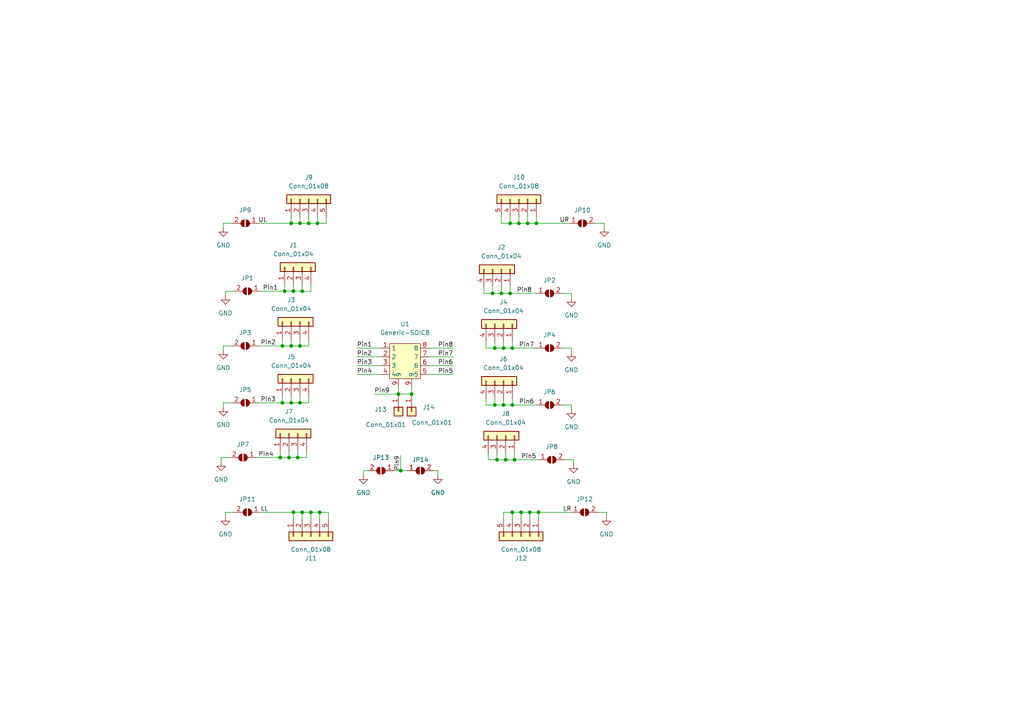
<source format=kicad_sch>
(kicad_sch (version 20211123) (generator eeschema)
  (paper "A4")
  (lib_symbols
    (symbol "Connector_Generic:Conn_01x01" (pin_names (offset 1.016) hide)
      (property "Reference" "J" (at 0 2.54 0))
      (property "Value" "Conn_01x01" (at 0 -2.54 0))
      (symbol "Conn_01x01_1_1"
        (rectangle (start -1.27 0.127) (end 0 -0.127) (stroke (width 0.1524)))
        (rectangle (start -1.27 1.27) (end 1.27 -1.27) (stroke (width 0.254)) (fill (type background)))
        (pin passive line (at -5.08 0 0) (length 3.81) (name "Pin_1") (number "1"))
      )
    )
    (symbol "Connector_Generic:Conn_01x04" (pin_names (offset 1.016) hide)
      (property "Reference" "J" (at 0 5.08 0))
      (property "Value" "Conn_01x04" (at 0 -7.62 0))
      (symbol "Conn_01x04_1_1"
        (rectangle (start -1.27 -4.953) (end 0 -5.207) (stroke (width 0.1524)))
        (rectangle (start -1.27 -2.413) (end 0 -2.667) (stroke (width 0.1524)))
        (rectangle (start -1.27 0.127) (end 0 -0.127) (stroke (width 0.1524)))
        (rectangle (start -1.27 2.667) (end 0 2.413) (stroke (width 0.1524)))
        (rectangle (start -1.27 3.81) (end 1.27 -6.35) (stroke (width 0.254)) (fill (type background)))
        (pin passive line (at -5.08 2.54 0) (length 3.81) (name "Pin_1") (number "1"))
        (pin passive line (at -5.08 0 0) (length 3.81) (name "Pin_2") (number "2"))
        (pin passive line (at -5.08 -2.54 0) (length 3.81) (name "Pin_3") (number "3"))
        (pin passive line (at -5.08 -5.08 0) (length 3.81) (name "Pin_4") (number "4"))
      )
    )
    (symbol "Connector_Generic:Conn_01x05" (pin_names (offset 1.016) hide)
      (property "Reference" "J" (at 0 7.62 0))
      (property "Value" "Conn_01x05" (at 0 -7.62 0))
      (symbol "Conn_01x05_1_1"
        (rectangle (start -1.27 -4.953) (end 0 -5.207) (stroke (width 0.1524)))
        (rectangle (start -1.27 -2.413) (end 0 -2.667) (stroke (width 0.1524)))
        (rectangle (start -1.27 0.127) (end 0 -0.127) (stroke (width 0.1524)))
        (rectangle (start -1.27 2.667) (end 0 2.413) (stroke (width 0.1524)))
        (rectangle (start -1.27 5.207) (end 0 4.953) (stroke (width 0.1524)))
        (rectangle (start -1.27 6.35) (end 1.27 -6.35) (stroke (width 0.254)) (fill (type background)))
        (pin passive line (at -5.08 5.08 0) (length 3.81) (name "Pin_1") (number "1"))
        (pin passive line (at -5.08 2.54 0) (length 3.81) (name "Pin_2") (number "2"))
        (pin passive line (at -5.08 0 0) (length 3.81) (name "Pin_3") (number "3"))
        (pin passive line (at -5.08 -2.54 0) (length 3.81) (name "Pin_4") (number "4"))
        (pin passive line (at -5.08 -5.08 0) (length 3.81) (name "Pin_5") (number "5"))
      )
    )
    (symbol "Jumper:SolderJumper_2_Open" (pin_names (offset 0) hide)
      (property "Reference" "JP" (at 0 2.032 0))
      (property "Value" "SolderJumper_2_Open" (at 0 -2.54 0))
      (symbol "SolderJumper_2_Open_0_1"
        (arc (start -0.254 1.016) (mid -1.27 0) (end -0.254 -1.016))
        (arc (start -0.254 1.016) (mid -1.27 0) (end -0.254 -1.016) (fill (type outline)))
        (polyline (pts (xy -0.254 1.016) (xy -0.254 -1.016)))
        (polyline (pts (xy 0.254 1.016) (xy 0.254 -1.016)))
        (arc (start 0.254 -1.016) (mid 1.27 0) (end 0.254 1.016))
        (arc (start 0.254 -1.016) (mid 1.27 0) (end 0.254 1.016) (fill (type outline)))
      )
      (symbol "SolderJumper_2_Open_1_1"
        (pin passive line (at -3.81 0 0) (length 2.54) (name "A") (number "1"))
        (pin passive line (at 3.81 0 180) (length 2.54) (name "B") (number "2"))
      )
    )
    (symbol "My Library:Generic-SOIC8"
      (property "Reference" "U1" (at -0.635 10.795 0))
      (property "Value" "Generic-SOIC8" (at -0.635 8.255 0))
      (symbol "Generic-SOIC8_0_1"
        (rectangle (start 3.81 -5.08) (end -5.08 5.08) (fill (type background)))
      )
      (symbol "Generic-SOIC8_1_1"
        (pin passive line (at -7.62 3.81 0) (length 2.54) (name "1") (number "1"))
        (pin passive line (at -7.62 1.27 0) (length 2.54) (name "2") (number "2"))
        (pin passive line (at -7.62 -1.27 0) (length 2.54) (name "3") (number "3"))
        (pin passive line (at -7.62 -3.81 0) (length 2.54) (name "4") (number "4"))
        (pin passive line (at 6.35 -3.81 180) (length 2.54) (name "5") (number "5"))
        (pin passive line (at 6.35 -1.27 180) (length 2.54) (name "6") (number "6"))
        (pin passive line (at 6.35 1.27 180) (length 2.54) (name "7") (number "7"))
        (pin passive line (at 6.35 3.81 180) (length 2.54) (name "8") (number "8"))
        (pin passive line (at -2.54 -7.62 90) (length 2.54) (name "9") (number "9"))
        (pin passive line (at 1.27 -7.62 90) (length 2.54) (name "9") (number "9"))
      )
    )
    (symbol "power:GND" (power) (pin_names (offset 0))
      (property "Value" "GND" (at 0 -3.81 0))
      (symbol "GND_0_1"
        (polyline (pts (xy 0 0) (xy 0 -1.27) (xy 1.27 -1.27) (xy 0 -2.54) (xy -1.27 -1.27) (xy 0 -1.27)))
      )
      (symbol "GND_1_1"
        (pin power_in line (at 0 0 270) (length 0) hide (name "GND") (number "1"))
      )
    )
  )
  (junction (at 89.535 64.77))
  (junction (at 85.09 148.59))
  (junction (at 147.955 64.77))
  (junction (at 116.205 136.525))
  (junction (at 148.59 148.59))
  (junction (at 84.455 100.33))
  (junction (at 81.915 116.84))
  (junction (at 81.915 100.33))
  (junction (at 86.36 132.715))
  (junction (at 83.82 132.715))
  (junction (at 145.415 85.09))
  (junction (at 87.63 84.455))
  (junction (at 85.09 84.455))
  (junction (at 146.05 100.965))
  (junction (at 119.38 114.3))
  (junction (at 143.51 117.475))
  (junction (at 148.59 117.475))
  (junction (at 146.05 117.475))
  (junction (at 151.13 148.59))
  (junction (at 146.685 133.35))
  (junction (at 84.455 116.84))
  (junction (at 86.995 116.84))
  (junction (at 153.035 64.77))
  (junction (at 86.995 100.33))
  (junction (at 142.875 85.09))
  (junction (at 156.21 148.59))
  (junction (at 149.225 133.35))
  (junction (at 148.59 100.965))
  (junction (at 90.17 148.59))
  (junction (at 84.455 64.77))
  (junction (at 143.51 100.965))
  (junction (at 81.28 132.715))
  (junction (at 115.57 114.3))
  (junction (at 86.995 64.77))
  (junction (at 82.55 84.455))
  (junction (at 92.71 148.59))
  (junction (at 147.955 85.09))
  (junction (at 92.075 64.77))
  (junction (at 87.63 148.59))
  (junction (at 153.67 148.59))
  (junction (at 144.145 133.35))
  (junction (at 155.575 64.77))
  (junction (at 150.495 64.77))
  (wire (pts (xy 147.955 62.865) (xy 147.955 64.77)))
  (wire (pts (xy 81.28 130.81) (xy 81.28 132.715)))
  (wire (pts (xy 116.205 136.525) (xy 118.11 136.525)))
  (wire (pts (xy 64.135 132.715) (xy 64.135 133.985)))
  (wire (pts (xy 146.685 131.445) (xy 146.685 133.35)))
  (wire (pts (xy 82.55 82.55) (xy 82.55 84.455)))
  (wire (pts (xy 75.565 148.59) (xy 85.09 148.59)))
  (wire (pts (xy 74.93 100.33) (xy 81.915 100.33)))
  (wire (pts (xy 147.955 85.09) (xy 155.575 85.09)))
  (wire (pts (xy 156.21 148.59) (xy 153.67 148.59)))
  (wire (pts (xy 156.21 148.59) (xy 165.735 148.59)))
  (wire (pts (xy 74.295 132.715) (xy 81.28 132.715)))
  (wire (pts (xy 165.735 117.475) (xy 165.735 118.745)))
  (wire (pts (xy 67.31 64.77) (xy 64.77 64.77)))
  (wire (pts (xy 87.63 150.495) (xy 87.63 148.59)))
  (wire (pts (xy 140.97 99.06) (xy 140.97 100.965)))
  (wire (pts (xy 65.405 148.59) (xy 65.405 149.86)))
  (wire (pts (xy 90.17 82.55) (xy 90.17 84.455)))
  (wire (pts (xy 103.505 106.045) (xy 110.49 106.045)))
  (wire (pts (xy 84.455 62.865) (xy 84.455 64.77)))
  (wire (pts (xy 153.67 150.495) (xy 153.67 148.59)))
  (wire (pts (xy 103.505 103.505) (xy 110.49 103.505)))
  (wire (pts (xy 163.195 85.09) (xy 165.735 85.09)))
  (wire (pts (xy 156.21 150.495) (xy 156.21 148.59)))
  (wire (pts (xy 148.59 117.475) (xy 155.575 117.475)))
  (wire (pts (xy 144.145 133.35) (xy 141.605 133.35)))
  (wire (pts (xy 84.455 64.77) (xy 86.995 64.77)))
  (wire (pts (xy 64.77 100.33) (xy 64.77 101.6)))
  (wire (pts (xy 67.31 100.33) (xy 64.77 100.33)))
  (wire (pts (xy 67.945 148.59) (xy 65.405 148.59)))
  (wire (pts (xy 87.63 82.55) (xy 87.63 84.455)))
  (wire (pts (xy 143.51 99.06) (xy 143.51 100.965)))
  (wire (pts (xy 147.955 64.77) (xy 145.415 64.77)))
  (wire (pts (xy 86.995 62.865) (xy 86.995 64.77)))
  (wire (pts (xy 141.605 131.445) (xy 141.605 133.35)))
  (wire (pts (xy 116.205 132.08) (xy 116.205 136.525)))
  (wire (pts (xy 85.09 150.495) (xy 85.09 148.59)))
  (wire (pts (xy 81.915 116.84) (xy 84.455 116.84)))
  (wire (pts (xy 84.455 116.84) (xy 86.995 116.84)))
  (wire (pts (xy 146.05 99.06) (xy 146.05 100.965)))
  (wire (pts (xy 147.955 83.185) (xy 147.955 85.09)))
  (wire (pts (xy 149.225 133.35) (xy 146.685 133.35)))
  (wire (pts (xy 175.895 148.59) (xy 175.895 149.86)))
  (wire (pts (xy 85.09 148.59) (xy 87.63 148.59)))
  (wire (pts (xy 148.59 100.965) (xy 146.05 100.965)))
  (wire (pts (xy 146.685 133.35) (xy 144.145 133.35)))
  (wire (pts (xy 148.59 100.965) (xy 155.575 100.965)))
  (wire (pts (xy 92.71 148.59) (xy 95.25 148.59)))
  (wire (pts (xy 163.83 133.35) (xy 166.37 133.35)))
  (wire (pts (xy 84.455 98.425) (xy 84.455 100.33)))
  (wire (pts (xy 86.995 116.84) (xy 89.535 116.84)))
  (wire (pts (xy 146.05 115.57) (xy 146.05 117.475)))
  (wire (pts (xy 65.405 84.455) (xy 65.405 85.725)))
  (wire (pts (xy 146.05 100.965) (xy 143.51 100.965)))
  (wire (pts (xy 105.41 136.525) (xy 105.41 137.795)))
  (wire (pts (xy 172.72 64.77) (xy 175.26 64.77)))
  (wire (pts (xy 124.46 108.585) (xy 131.445 108.585)))
  (wire (pts (xy 81.915 98.425) (xy 81.915 100.33)))
  (wire (pts (xy 92.075 62.865) (xy 92.075 64.77)))
  (wire (pts (xy 146.05 150.495) (xy 146.05 148.59)))
  (wire (pts (xy 85.09 82.55) (xy 85.09 84.455)))
  (wire (pts (xy 155.575 62.865) (xy 155.575 64.77)))
  (wire (pts (xy 86.36 130.81) (xy 86.36 132.715)))
  (wire (pts (xy 124.46 103.505) (xy 131.445 103.505)))
  (wire (pts (xy 124.46 100.965) (xy 131.445 100.965)))
  (wire (pts (xy 166.37 133.35) (xy 166.37 134.62)))
  (wire (pts (xy 89.535 114.935) (xy 89.535 116.84)))
  (wire (pts (xy 103.505 108.585) (xy 110.49 108.585)))
  (wire (pts (xy 89.535 64.77) (xy 92.075 64.77)))
  (wire (pts (xy 146.05 117.475) (xy 143.51 117.475)))
  (wire (pts (xy 155.575 64.77) (xy 165.1 64.77)))
  (wire (pts (xy 90.17 150.495) (xy 90.17 148.59)))
  (wire (pts (xy 85.09 84.455) (xy 87.63 84.455)))
  (wire (pts (xy 115.57 112.395) (xy 115.57 114.3)))
  (wire (pts (xy 86.995 114.935) (xy 86.995 116.84)))
  (wire (pts (xy 86.995 64.77) (xy 89.535 64.77)))
  (wire (pts (xy 150.495 64.77) (xy 147.955 64.77)))
  (wire (pts (xy 153.67 148.59) (xy 151.13 148.59)))
  (wire (pts (xy 149.225 131.445) (xy 149.225 133.35)))
  (wire (pts (xy 114.3 136.525) (xy 116.205 136.525)))
  (wire (pts (xy 142.875 83.185) (xy 142.875 85.09)))
  (wire (pts (xy 87.63 84.455) (xy 90.17 84.455)))
  (wire (pts (xy 87.63 148.59) (xy 90.17 148.59)))
  (wire (pts (xy 67.31 116.84) (xy 64.77 116.84)))
  (wire (pts (xy 103.505 100.965) (xy 110.49 100.965)))
  (wire (pts (xy 92.075 64.77) (xy 94.615 64.77)))
  (wire (pts (xy 148.59 117.475) (xy 146.05 117.475)))
  (wire (pts (xy 75.565 84.455) (xy 82.55 84.455)))
  (wire (pts (xy 86.995 100.33) (xy 89.535 100.33)))
  (wire (pts (xy 125.73 136.525) (xy 127 136.525)))
  (wire (pts (xy 84.455 100.33) (xy 86.995 100.33)))
  (wire (pts (xy 74.93 116.84) (xy 81.915 116.84)))
  (wire (pts (xy 155.575 64.77) (xy 153.035 64.77)))
  (wire (pts (xy 148.59 150.495) (xy 148.59 148.59)))
  (wire (pts (xy 147.955 85.09) (xy 145.415 85.09)))
  (wire (pts (xy 92.71 150.495) (xy 92.71 148.59)))
  (wire (pts (xy 142.875 85.09) (xy 140.335 85.09)))
  (wire (pts (xy 149.225 133.35) (xy 156.21 133.35)))
  (wire (pts (xy 148.59 148.59) (xy 146.05 148.59)))
  (wire (pts (xy 148.59 115.57) (xy 148.59 117.475)))
  (wire (pts (xy 144.145 131.445) (xy 144.145 133.35)))
  (wire (pts (xy 143.51 117.475) (xy 140.97 117.475)))
  (wire (pts (xy 66.675 132.715) (xy 64.135 132.715)))
  (wire (pts (xy 163.195 117.475) (xy 165.735 117.475)))
  (wire (pts (xy 83.82 130.81) (xy 83.82 132.715)))
  (wire (pts (xy 143.51 100.965) (xy 140.97 100.965)))
  (wire (pts (xy 89.535 98.425) (xy 89.535 100.33)))
  (wire (pts (xy 74.93 64.77) (xy 84.455 64.77)))
  (wire (pts (xy 145.415 83.185) (xy 145.415 85.09)))
  (wire (pts (xy 86.995 98.425) (xy 86.995 100.33)))
  (wire (pts (xy 140.335 83.185) (xy 140.335 85.09)))
  (wire (pts (xy 95.25 150.495) (xy 95.25 148.59)))
  (wire (pts (xy 83.82 132.715) (xy 86.36 132.715)))
  (wire (pts (xy 173.355 148.59) (xy 175.895 148.59)))
  (wire (pts (xy 175.26 64.77) (xy 175.26 66.04)))
  (wire (pts (xy 119.38 114.3) (xy 119.38 112.395)))
  (wire (pts (xy 94.615 62.865) (xy 94.615 64.77)))
  (wire (pts (xy 165.735 85.09) (xy 165.735 86.36)))
  (wire (pts (xy 67.945 84.455) (xy 65.405 84.455)))
  (wire (pts (xy 89.535 62.865) (xy 89.535 64.77)))
  (wire (pts (xy 90.17 148.59) (xy 92.71 148.59)))
  (wire (pts (xy 165.735 100.965) (xy 165.735 102.235)))
  (wire (pts (xy 106.68 136.525) (xy 105.41 136.525)))
  (wire (pts (xy 150.495 62.865) (xy 150.495 64.77)))
  (wire (pts (xy 151.13 150.495) (xy 151.13 148.59)))
  (wire (pts (xy 84.455 114.935) (xy 84.455 116.84)))
  (wire (pts (xy 145.415 62.865) (xy 145.415 64.77)))
  (wire (pts (xy 145.415 85.09) (xy 142.875 85.09)))
  (wire (pts (xy 140.97 115.57) (xy 140.97 117.475)))
  (wire (pts (xy 64.77 64.77) (xy 64.77 66.04)))
  (wire (pts (xy 64.77 116.84) (xy 64.77 118.11)))
  (wire (pts (xy 115.57 114.3) (xy 119.38 114.3)))
  (wire (pts (xy 151.13 148.59) (xy 148.59 148.59)))
  (wire (pts (xy 153.035 64.77) (xy 150.495 64.77)))
  (wire (pts (xy 82.55 84.455) (xy 85.09 84.455)))
  (wire (pts (xy 124.46 106.045) (xy 131.445 106.045)))
  (wire (pts (xy 88.9 130.81) (xy 88.9 132.715)))
  (wire (pts (xy 81.915 100.33) (xy 84.455 100.33)))
  (wire (pts (xy 108.585 114.3) (xy 115.57 114.3)))
  (wire (pts (xy 81.28 132.715) (xy 83.82 132.715)))
  (wire (pts (xy 127 136.525) (xy 127 137.795)))
  (wire (pts (xy 163.195 100.965) (xy 165.735 100.965)))
  (wire (pts (xy 81.915 114.935) (xy 81.915 116.84)))
  (wire (pts (xy 86.36 132.715) (xy 88.9 132.715)))
  (wire (pts (xy 148.59 99.06) (xy 148.59 100.965)))
  (wire (pts (xy 153.035 62.865) (xy 153.035 64.77)))
  (wire (pts (xy 143.51 115.57) (xy 143.51 117.475)))
  (label "Pin4" (at 74.93 132.715 0))
  (label "LR" (at 165.735 148.59 180))
  (label "Pin6" (at 154.94 117.475 180))
  (label "Pin2" (at 75.565 100.33 0))
  (label "Pin1" (at 103.505 100.965 0))
  (label "Pin7" (at 154.94 100.965 180))
  (label "Pin3" (at 75.565 116.84 0))
  (label "Pin2" (at 103.505 103.505 0))
  (label "Pin6" (at 131.445 106.045 180))
  (label "LL" (at 75.565 148.59 0))
  (label "Pin8" (at 131.445 100.965 180))
  (label "Pin1" (at 76.2 84.455 0))
  (label "Pin5" (at 131.445 108.585 180))
  (label "Pin3" (at 103.505 106.045 0))
  (label "UR" (at 165.1 64.77 180))
  (label "Pin7" (at 131.445 103.505 180))
  (label "Pin9" (at 116.205 132.08 270))
  (label "Pin5" (at 155.575 133.35 180))
  (label "Pin4" (at 103.505 108.585 0))
  (label "Pin8" (at 154.305 85.09 180))
  (label "UL" (at 74.93 64.77 0))
  (label "Pin9" (at 108.585 114.3 0))
  (symbol (lib_id "Jumper:SolderJumper_2_Open") (at 71.12 116.84 0) (mirror y) (unit 1)
    (property "Reference" "JP5" (at 71.12 113.03 0))
    (property "Value" "SolderJumper_2_Open" (effects hide))
    (property "Footprint" "Jumper:SolderJumper-2_P1.3mm_Open_RoundedPad1.0x1.5mm" (effects hide))
  )
  (symbol (lib_id "Connector_Generic:Conn_01x05") (at 90.17 155.575 90) (mirror x) (unit 1)
    (property "Reference" "J11" (at 90.17 161.925 90))
    (property "Value" "Conn_01x08" (at 90.17 159.385 90))
    (property "Footprint" "Connector_PinHeader_2.54mm:PinHeader_1x05_P2.54mm_Vertical" (effects hide))
  )
  (symbol (lib_id "Connector_Generic:Conn_01x04") (at 83.82 125.73 90) (unit 1)
    (property "Reference" "J7" (at 83.82 119.38 90))
    (property "Value" "Conn_01x04" (at 83.82 121.92 90))
    (property "Footprint" "Connector_PinHeader_2.54mm:PinHeader_1x04_P2.54mm_Vertical" (effects hide))
  )
  (symbol (lib_id "power:GND") (at 165.735 118.745 0) (unit 1)
    (property "Reference" "#PWR06" (effects hide))
    (property "Value" "GND" (at 165.735 123.825 0))
  )
  (symbol (lib_id "Jumper:SolderJumper_2_Open") (at 71.755 84.455 0) (mirror y) (unit 1)
    (property "Reference" "JP1" (at 71.755 80.645 0))
    (property "Value" "SolderJumper_2_Open" (effects hide))
    (property "Footprint" "Jumper:SolderJumper-2_P1.3mm_Open_RoundedPad1.0x1.5mm" (effects hide))
  )
  (symbol (lib_id "power:GND") (at 105.41 137.795 0) (mirror y) (unit 1)
    (property "Reference" "#PWR0105" (effects hide))
    (property "Value" "GND" (at 105.41 142.875 0))
  )
  (symbol (lib_id "My Library:Generic-SOIC8") (at 118.11 104.775 0) (unit 1)
    (property "Reference" "U1" (at 117.475 93.98 0))
    (property "Value" "Generic-SOIC8" (at 117.475 96.52 0))
    (property "Footprint" "Package_SO:SOIC-8-1EP_3.9x4.9mm_P1.27mm_EP2.29x3mm" (effects hide))
  )
  (symbol (lib_id "Jumper:SolderJumper_2_Open") (at 70.485 132.715 0) (mirror y) (unit 1)
    (property "Reference" "JP7" (at 70.485 128.905 0))
    (property "Value" "SolderJumper_2_Open" (effects hide))
    (property "Footprint" "Jumper:SolderJumper-2_P1.3mm_Open_RoundedPad1.0x1.5mm" (effects hide))
  )
  (symbol (lib_id "Jumper:SolderJumper_2_Open") (at 110.49 136.525 0) (mirror y) (unit 1)
    (property "Reference" "JP13" (at 110.49 132.715 0))
    (property "Value" "SolderJumper_2_Open" (effects hide))
    (property "Footprint" "Jumper:SolderJumper-2_P1.3mm_Open_RoundedPad1.0x1.5mm" (effects hide))
  )
  (symbol (lib_id "Connector_Generic:Conn_01x04") (at 84.455 93.345 90) (unit 1)
    (property "Reference" "J3" (at 84.455 86.995 90))
    (property "Value" "Conn_01x04" (at 84.455 89.535 90))
    (property "Footprint" "Connector_PinHeader_2.54mm:PinHeader_1x04_P2.54mm_Vertical" (effects hide))
  )
  (symbol (lib_id "Connector_Generic:Conn_01x05") (at 150.495 57.785 270) (mirror x) (unit 1)
    (property "Reference" "J10" (at 150.495 51.435 90))
    (property "Value" "Conn_01x08" (at 150.495 53.975 90))
    (property "Footprint" "Connector_PinHeader_2.54mm:PinHeader_1x05_P2.54mm_Vertical" (effects hide))
  )
  (symbol (lib_id "power:GND") (at 175.26 66.04 0) (unit 1)
    (property "Reference" "#PWR0102" (effects hide))
    (property "Value" "GND" (at 175.26 71.12 0))
  )
  (symbol (lib_id "Connector_Generic:Conn_01x05") (at 151.13 155.575 270) (unit 1)
    (property "Reference" "J12" (at 151.13 161.925 90))
    (property "Value" "Conn_01x08" (at 151.13 159.385 90))
    (property "Footprint" "Connector_PinHeader_2.54mm:PinHeader_1x05_P2.54mm_Vertical" (effects hide))
  )
  (symbol (lib_id "power:GND") (at 64.135 133.985 0) (mirror y) (unit 1)
    (property "Reference" "#PWR07" (effects hide))
    (property "Value" "GND" (at 64.135 139.065 0))
  )
  (symbol (lib_id "power:GND") (at 127 137.795 0) (mirror y) (unit 1)
    (property "Reference" "#PWR0106" (effects hide))
    (property "Value" "GND" (at 127 142.875 0))
  )
  (symbol (lib_id "Jumper:SolderJumper_2_Open") (at 168.91 64.77 0) (unit 1)
    (property "Reference" "JP10" (at 168.91 60.96 0))
    (property "Value" "SolderJumper_2_Open" (effects hide))
    (property "Footprint" "Jumper:SolderJumper-2_P1.3mm_Open_RoundedPad1.0x1.5mm" (effects hide))
  )
  (symbol (lib_id "power:GND") (at 165.735 86.36 0) (unit 1)
    (property "Reference" "#PWR02" (effects hide))
    (property "Value" "GND" (at 165.735 91.44 0))
  )
  (symbol (lib_id "Jumper:SolderJumper_2_Open") (at 121.92 136.525 0) (mirror x) (unit 1)
    (property "Reference" "JP14" (at 121.92 133.35 0))
    (property "Value" "SolderJumper_2_Open" (effects hide))
    (property "Footprint" "Jumper:SolderJumper-2_P1.3mm_Open_RoundedPad1.0x1.5mm" (effects hide))
  )
  (symbol (lib_id "Connector_Generic:Conn_01x04") (at 84.455 109.855 90) (unit 1)
    (property "Reference" "J5" (at 84.455 103.505 90))
    (property "Value" "Conn_01x04" (at 84.455 106.045 90))
    (property "Footprint" "Connector_PinHeader_2.54mm:PinHeader_1x04_P2.54mm_Vertical" (effects hide))
  )
  (symbol (lib_id "power:GND") (at 64.77 118.11 0) (mirror y) (unit 1)
    (property "Reference" "#PWR05" (effects hide))
    (property "Value" "GND" (at 64.77 123.19 0))
  )
  (symbol (lib_id "Jumper:SolderJumper_2_Open") (at 159.385 117.475 0) (unit 1)
    (property "Reference" "JP6" (at 159.385 113.665 0))
    (property "Value" "SolderJumper_2_Open" (effects hide))
    (property "Footprint" "Jumper:SolderJumper-2_P1.3mm_Open_RoundedPad1.0x1.5mm" (effects hide))
  )
  (symbol (lib_id "power:GND") (at 65.405 149.86 0) (mirror y) (unit 1)
    (property "Reference" "#PWR0104" (effects hide))
    (property "Value" "GND" (at 65.405 154.94 0))
  )
  (symbol (lib_id "Connector_Generic:Conn_01x01") (at 119.38 119.38 270) (unit 1)
    (property "Reference" "J14" (at 122.555 118.1099 90) (effects (justify left)))
    (property "Value" "Conn_01x01" (at 119.38 122.555 90) (effects (justify left)))
    (property "Footprint" "Connector_PinHeader_2.54mm:PinHeader_1x01_P2.54mm_Vertical" (effects hide))
  )
  (symbol (lib_id "Connector_Generic:Conn_01x04") (at 146.05 110.49 270) (mirror x) (unit 1)
    (property "Reference" "J6" (at 146.05 104.14 90))
    (property "Value" "Conn_01x04" (at 146.05 106.68 90))
    (property "Footprint" "Connector_PinHeader_2.54mm:PinHeader_1x04_P2.54mm_Vertical" (effects hide))
  )
  (symbol (lib_id "Jumper:SolderJumper_2_Open") (at 71.12 100.33 0) (mirror y) (unit 1)
    (property "Reference" "JP3" (at 71.12 96.52 0))
    (property "Value" "SolderJumper_2_Open" (effects hide))
    (property "Footprint" "Jumper:SolderJumper-2_P1.3mm_Open_RoundedPad1.0x1.5mm" (effects hide))
  )
  (symbol (lib_id "Connector_Generic:Conn_01x04") (at 146.05 93.98 270) (mirror x) (unit 1)
    (property "Reference" "J4" (at 146.05 87.63 90))
    (property "Value" "Conn_01x04" (at 146.05 90.17 90))
    (property "Footprint" "Connector_PinHeader_2.54mm:PinHeader_1x04_P2.54mm_Vertical" (effects hide))
  )
  (symbol (lib_id "Connector_Generic:Conn_01x04") (at 146.685 126.365 270) (mirror x) (unit 1)
    (property "Reference" "J8" (at 146.685 120.015 90))
    (property "Value" "Conn_01x04" (at 146.685 122.555 90))
    (property "Footprint" "Connector_PinHeader_2.54mm:PinHeader_1x04_P2.54mm_Vertical" (effects hide))
  )
  (symbol (lib_id "power:GND") (at 165.735 102.235 0) (unit 1)
    (property "Reference" "#PWR04" (effects hide))
    (property "Value" "GND" (at 165.735 107.315 0))
  )
  (symbol (lib_id "Connector_Generic:Conn_01x05") (at 89.535 57.785 90) (unit 1)
    (property "Reference" "J9" (at 89.535 51.435 90))
    (property "Value" "Conn_01x08" (at 89.535 53.975 90))
    (property "Footprint" "Connector_PinHeader_2.54mm:PinHeader_1x05_P2.54mm_Vertical" (effects hide))
  )
  (symbol (lib_id "Jumper:SolderJumper_2_Open") (at 159.385 85.09 0) (unit 1)
    (property "Reference" "JP2" (at 159.385 81.28 0))
    (property "Value" "SolderJumper_2_Open" (effects hide))
    (property "Footprint" "Jumper:SolderJumper-2_P1.3mm_Open_RoundedPad1.0x1.5mm" (effects hide))
  )
  (symbol (lib_id "Connector_Generic:Conn_01x01") (at 115.57 119.38 270) (unit 1)
    (property "Reference" "J13" (at 108.585 118.745 90) (effects (justify left)))
    (property "Value" "Conn_01x01" (at 106.045 123.19 90) (effects (justify left)))
    (property "Footprint" "Connector_PinHeader_2.54mm:PinHeader_1x01_P2.54mm_Vertical" (effects hide))
  )
  (symbol (lib_id "power:GND") (at 175.895 149.86 0) (unit 1)
    (property "Reference" "#PWR0103" (effects hide))
    (property "Value" "GND" (at 175.895 154.94 0))
  )
  (symbol (lib_id "Jumper:SolderJumper_2_Open") (at 71.755 148.59 0) (mirror y) (unit 1)
    (property "Reference" "JP11" (at 71.755 144.78 0))
    (property "Value" "SolderJumper_2_Open" (effects hide))
    (property "Footprint" "Jumper:SolderJumper-2_P1.3mm_Open_RoundedPad1.0x1.5mm" (effects hide))
  )
  (symbol (lib_id "Jumper:SolderJumper_2_Open") (at 159.385 100.965 0) (unit 1)
    (property "Reference" "JP4" (at 159.385 97.155 0))
    (property "Value" "SolderJumper_2_Open" (effects hide))
    (property "Footprint" "Jumper:SolderJumper-2_P1.3mm_Open_RoundedPad1.0x1.5mm" (effects hide))
  )
  (symbol (lib_id "Jumper:SolderJumper_2_Open") (at 160.02 133.35 0) (unit 1)
    (property "Reference" "JP8" (at 160.02 129.54 0))
    (property "Value" "SolderJumper_2_Open" (effects hide))
    (property "Footprint" "Jumper:SolderJumper-2_P1.3mm_Open_RoundedPad1.0x1.5mm" (effects hide))
  )
  (symbol (lib_id "Connector_Generic:Conn_01x04") (at 85.09 77.47 90) (unit 1)
    (property "Reference" "J1" (at 85.09 71.12 90))
    (property "Value" "Conn_01x04" (at 85.09 73.66 90))
    (property "Footprint" "Connector_PinHeader_2.54mm:PinHeader_1x04_P2.54mm_Vertical" (effects hide))
  )
  (symbol (lib_id "Connector_Generic:Conn_01x04") (at 145.415 78.105 270) (mirror x) (unit 1)
    (property "Reference" "J2" (at 145.415 71.755 90))
    (property "Value" "Conn_01x04" (at 145.415 74.295 90))
    (property "Footprint" "Connector_PinHeader_2.54mm:PinHeader_1x04_P2.54mm_Vertical" (effects hide))
  )
  (symbol (lib_id "power:GND") (at 65.405 85.725 0) (mirror y) (unit 1)
    (property "Reference" "#PWR01" (effects hide))
    (property "Value" "GND" (at 65.405 90.805 0))
  )
  (symbol (lib_id "power:GND") (at 64.77 66.04 0) (mirror y) (unit 1)
    (property "Reference" "#PWR0101" (effects hide))
    (property "Value" "GND" (at 64.77 71.12 0))
  )
  (symbol (lib_id "power:GND") (at 64.77 101.6 0) (mirror y) (unit 1)
    (property "Reference" "#PWR03" (effects hide))
    (property "Value" "GND" (at 64.77 106.68 0))
  )
  (symbol (lib_id "Jumper:SolderJumper_2_Open") (at 71.12 64.77 0) (mirror y) (unit 1)
    (property "Reference" "JP9" (at 71.12 60.96 0))
    (property "Value" "SolderJumper_2_Open" (effects hide))
    (property "Footprint" "Jumper:SolderJumper-2_P1.3mm_Open_RoundedPad1.0x1.5mm" (effects hide))
  )
  (symbol (lib_id "Jumper:SolderJumper_2_Open") (at 169.545 148.59 0) (unit 1)
    (property "Reference" "JP12" (at 169.545 144.78 0))
    (property "Value" "SolderJumper_2_Open" (effects hide))
    (property "Footprint" "Jumper:SolderJumper-2_P1.3mm_Open_RoundedPad1.0x1.5mm" (effects hide))
  )
  (symbol (lib_id "power:GND") (at 166.37 134.62 0) (unit 1)
    (property "Reference" "#PWR08" (effects hide))
    (property "Value" "GND" (at 166.37 139.7 0))
  )
)
</source>
